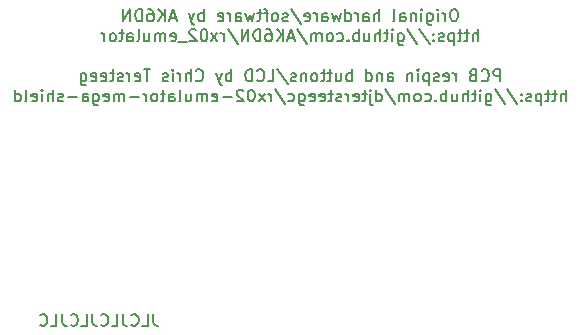
<source format=gbr>
%TF.GenerationSoftware,KiCad,Pcbnew,(5.1.9)-1*%
%TF.CreationDate,2023-08-11T22:56:39-05:00*%
%TF.ProjectId,rx02-emulator-mega-shield,72783032-2d65-46d7-956c-61746f722d6d,Rev 1.1*%
%TF.SameCoordinates,Original*%
%TF.FileFunction,Legend,Bot*%
%TF.FilePolarity,Positive*%
%FSLAX46Y46*%
G04 Gerber Fmt 4.6, Leading zero omitted, Abs format (unit mm)*
G04 Created by KiCad (PCBNEW (5.1.9)-1) date 2023-08-11 22:56:39*
%MOMM*%
%LPD*%
G01*
G04 APERTURE LIST*
%ADD10C,0.200000*%
G04 APERTURE END LIST*
D10*
X120747847Y-117663980D02*
X120747847Y-118378266D01*
X120795466Y-118521123D01*
X120890704Y-118616361D01*
X121033561Y-118663980D01*
X121128800Y-118663980D01*
X119795466Y-118663980D02*
X120271657Y-118663980D01*
X120271657Y-117663980D01*
X118890704Y-118568742D02*
X118938323Y-118616361D01*
X119081180Y-118663980D01*
X119176419Y-118663980D01*
X119319276Y-118616361D01*
X119414514Y-118521123D01*
X119462133Y-118425885D01*
X119509752Y-118235409D01*
X119509752Y-118092552D01*
X119462133Y-117902076D01*
X119414514Y-117806838D01*
X119319276Y-117711600D01*
X119176419Y-117663980D01*
X119081180Y-117663980D01*
X118938323Y-117711600D01*
X118890704Y-117759219D01*
X118176419Y-117663980D02*
X118176419Y-118378266D01*
X118224038Y-118521123D01*
X118319276Y-118616361D01*
X118462133Y-118663980D01*
X118557371Y-118663980D01*
X117224038Y-118663980D02*
X117700228Y-118663980D01*
X117700228Y-117663980D01*
X116319276Y-118568742D02*
X116366895Y-118616361D01*
X116509752Y-118663980D01*
X116604990Y-118663980D01*
X116747847Y-118616361D01*
X116843085Y-118521123D01*
X116890704Y-118425885D01*
X116938323Y-118235409D01*
X116938323Y-118092552D01*
X116890704Y-117902076D01*
X116843085Y-117806838D01*
X116747847Y-117711600D01*
X116604990Y-117663980D01*
X116509752Y-117663980D01*
X116366895Y-117711600D01*
X116319276Y-117759219D01*
X115604990Y-117663980D02*
X115604990Y-118378266D01*
X115652609Y-118521123D01*
X115747847Y-118616361D01*
X115890704Y-118663980D01*
X115985942Y-118663980D01*
X114652609Y-118663980D02*
X115128800Y-118663980D01*
X115128800Y-117663980D01*
X113747847Y-118568742D02*
X113795466Y-118616361D01*
X113938323Y-118663980D01*
X114033561Y-118663980D01*
X114176419Y-118616361D01*
X114271657Y-118521123D01*
X114319276Y-118425885D01*
X114366895Y-118235409D01*
X114366895Y-118092552D01*
X114319276Y-117902076D01*
X114271657Y-117806838D01*
X114176419Y-117711600D01*
X114033561Y-117663980D01*
X113938323Y-117663980D01*
X113795466Y-117711600D01*
X113747847Y-117759219D01*
X113033561Y-117663980D02*
X113033561Y-118378266D01*
X113081180Y-118521123D01*
X113176419Y-118616361D01*
X113319276Y-118663980D01*
X113414514Y-118663980D01*
X112081180Y-118663980D02*
X112557371Y-118663980D01*
X112557371Y-117663980D01*
X111176419Y-118568742D02*
X111224038Y-118616361D01*
X111366895Y-118663980D01*
X111462133Y-118663980D01*
X111604990Y-118616361D01*
X111700228Y-118521123D01*
X111747847Y-118425885D01*
X111795466Y-118235409D01*
X111795466Y-118092552D01*
X111747847Y-117902076D01*
X111700228Y-117806838D01*
X111604990Y-117711600D01*
X111462133Y-117663980D01*
X111366895Y-117663980D01*
X111224038Y-117711600D01*
X111176419Y-117759219D01*
X146311780Y-91861180D02*
X146121304Y-91861180D01*
X146026066Y-91908800D01*
X145930828Y-92004038D01*
X145883209Y-92194514D01*
X145883209Y-92527847D01*
X145930828Y-92718323D01*
X146026066Y-92813561D01*
X146121304Y-92861180D01*
X146311780Y-92861180D01*
X146407019Y-92813561D01*
X146502257Y-92718323D01*
X146549876Y-92527847D01*
X146549876Y-92194514D01*
X146502257Y-92004038D01*
X146407019Y-91908800D01*
X146311780Y-91861180D01*
X145454638Y-92861180D02*
X145454638Y-92194514D01*
X145454638Y-92384990D02*
X145407019Y-92289752D01*
X145359400Y-92242133D01*
X145264161Y-92194514D01*
X145168923Y-92194514D01*
X144835590Y-92861180D02*
X144835590Y-92194514D01*
X144835590Y-91861180D02*
X144883209Y-91908800D01*
X144835590Y-91956419D01*
X144787971Y-91908800D01*
X144835590Y-91861180D01*
X144835590Y-91956419D01*
X143930828Y-92194514D02*
X143930828Y-93004038D01*
X143978447Y-93099276D01*
X144026066Y-93146895D01*
X144121304Y-93194514D01*
X144264161Y-93194514D01*
X144359400Y-93146895D01*
X143930828Y-92813561D02*
X144026066Y-92861180D01*
X144216542Y-92861180D01*
X144311780Y-92813561D01*
X144359400Y-92765942D01*
X144407019Y-92670704D01*
X144407019Y-92384990D01*
X144359400Y-92289752D01*
X144311780Y-92242133D01*
X144216542Y-92194514D01*
X144026066Y-92194514D01*
X143930828Y-92242133D01*
X143454638Y-92861180D02*
X143454638Y-92194514D01*
X143454638Y-91861180D02*
X143502257Y-91908800D01*
X143454638Y-91956419D01*
X143407019Y-91908800D01*
X143454638Y-91861180D01*
X143454638Y-91956419D01*
X142978447Y-92194514D02*
X142978447Y-92861180D01*
X142978447Y-92289752D02*
X142930828Y-92242133D01*
X142835590Y-92194514D01*
X142692733Y-92194514D01*
X142597495Y-92242133D01*
X142549876Y-92337371D01*
X142549876Y-92861180D01*
X141645114Y-92861180D02*
X141645114Y-92337371D01*
X141692733Y-92242133D01*
X141787971Y-92194514D01*
X141978447Y-92194514D01*
X142073685Y-92242133D01*
X141645114Y-92813561D02*
X141740352Y-92861180D01*
X141978447Y-92861180D01*
X142073685Y-92813561D01*
X142121304Y-92718323D01*
X142121304Y-92623085D01*
X142073685Y-92527847D01*
X141978447Y-92480228D01*
X141740352Y-92480228D01*
X141645114Y-92432609D01*
X141026066Y-92861180D02*
X141121304Y-92813561D01*
X141168923Y-92718323D01*
X141168923Y-91861180D01*
X139883209Y-92861180D02*
X139883209Y-91861180D01*
X139454638Y-92861180D02*
X139454638Y-92337371D01*
X139502257Y-92242133D01*
X139597495Y-92194514D01*
X139740352Y-92194514D01*
X139835590Y-92242133D01*
X139883209Y-92289752D01*
X138549876Y-92861180D02*
X138549876Y-92337371D01*
X138597495Y-92242133D01*
X138692733Y-92194514D01*
X138883209Y-92194514D01*
X138978447Y-92242133D01*
X138549876Y-92813561D02*
X138645114Y-92861180D01*
X138883209Y-92861180D01*
X138978447Y-92813561D01*
X139026066Y-92718323D01*
X139026066Y-92623085D01*
X138978447Y-92527847D01*
X138883209Y-92480228D01*
X138645114Y-92480228D01*
X138549876Y-92432609D01*
X138073685Y-92861180D02*
X138073685Y-92194514D01*
X138073685Y-92384990D02*
X138026066Y-92289752D01*
X137978447Y-92242133D01*
X137883209Y-92194514D01*
X137787971Y-92194514D01*
X137026066Y-92861180D02*
X137026066Y-91861180D01*
X137026066Y-92813561D02*
X137121304Y-92861180D01*
X137311780Y-92861180D01*
X137407019Y-92813561D01*
X137454638Y-92765942D01*
X137502257Y-92670704D01*
X137502257Y-92384990D01*
X137454638Y-92289752D01*
X137407019Y-92242133D01*
X137311780Y-92194514D01*
X137121304Y-92194514D01*
X137026066Y-92242133D01*
X136645114Y-92194514D02*
X136454638Y-92861180D01*
X136264161Y-92384990D01*
X136073685Y-92861180D01*
X135883209Y-92194514D01*
X135073685Y-92861180D02*
X135073685Y-92337371D01*
X135121304Y-92242133D01*
X135216542Y-92194514D01*
X135407019Y-92194514D01*
X135502257Y-92242133D01*
X135073685Y-92813561D02*
X135168923Y-92861180D01*
X135407019Y-92861180D01*
X135502257Y-92813561D01*
X135549876Y-92718323D01*
X135549876Y-92623085D01*
X135502257Y-92527847D01*
X135407019Y-92480228D01*
X135168923Y-92480228D01*
X135073685Y-92432609D01*
X134597495Y-92861180D02*
X134597495Y-92194514D01*
X134597495Y-92384990D02*
X134549876Y-92289752D01*
X134502257Y-92242133D01*
X134407019Y-92194514D01*
X134311780Y-92194514D01*
X133597495Y-92813561D02*
X133692733Y-92861180D01*
X133883209Y-92861180D01*
X133978447Y-92813561D01*
X134026066Y-92718323D01*
X134026066Y-92337371D01*
X133978447Y-92242133D01*
X133883209Y-92194514D01*
X133692733Y-92194514D01*
X133597495Y-92242133D01*
X133549876Y-92337371D01*
X133549876Y-92432609D01*
X134026066Y-92527847D01*
X132407019Y-91813561D02*
X133264161Y-93099276D01*
X132121304Y-92813561D02*
X132026066Y-92861180D01*
X131835590Y-92861180D01*
X131740352Y-92813561D01*
X131692733Y-92718323D01*
X131692733Y-92670704D01*
X131740352Y-92575466D01*
X131835590Y-92527847D01*
X131978447Y-92527847D01*
X132073685Y-92480228D01*
X132121304Y-92384990D01*
X132121304Y-92337371D01*
X132073685Y-92242133D01*
X131978447Y-92194514D01*
X131835590Y-92194514D01*
X131740352Y-92242133D01*
X131121304Y-92861180D02*
X131216542Y-92813561D01*
X131264161Y-92765942D01*
X131311780Y-92670704D01*
X131311780Y-92384990D01*
X131264161Y-92289752D01*
X131216542Y-92242133D01*
X131121304Y-92194514D01*
X130978447Y-92194514D01*
X130883209Y-92242133D01*
X130835590Y-92289752D01*
X130787971Y-92384990D01*
X130787971Y-92670704D01*
X130835590Y-92765942D01*
X130883209Y-92813561D01*
X130978447Y-92861180D01*
X131121304Y-92861180D01*
X130502257Y-92194514D02*
X130121304Y-92194514D01*
X130359400Y-92861180D02*
X130359400Y-92004038D01*
X130311780Y-91908800D01*
X130216542Y-91861180D01*
X130121304Y-91861180D01*
X129930828Y-92194514D02*
X129549876Y-92194514D01*
X129787971Y-91861180D02*
X129787971Y-92718323D01*
X129740352Y-92813561D01*
X129645114Y-92861180D01*
X129549876Y-92861180D01*
X129311780Y-92194514D02*
X129121304Y-92861180D01*
X128930828Y-92384990D01*
X128740352Y-92861180D01*
X128549876Y-92194514D01*
X127740352Y-92861180D02*
X127740352Y-92337371D01*
X127787971Y-92242133D01*
X127883209Y-92194514D01*
X128073685Y-92194514D01*
X128168923Y-92242133D01*
X127740352Y-92813561D02*
X127835590Y-92861180D01*
X128073685Y-92861180D01*
X128168923Y-92813561D01*
X128216542Y-92718323D01*
X128216542Y-92623085D01*
X128168923Y-92527847D01*
X128073685Y-92480228D01*
X127835590Y-92480228D01*
X127740352Y-92432609D01*
X127264161Y-92861180D02*
X127264161Y-92194514D01*
X127264161Y-92384990D02*
X127216542Y-92289752D01*
X127168923Y-92242133D01*
X127073685Y-92194514D01*
X126978447Y-92194514D01*
X126264161Y-92813561D02*
X126359400Y-92861180D01*
X126549876Y-92861180D01*
X126645114Y-92813561D01*
X126692733Y-92718323D01*
X126692733Y-92337371D01*
X126645114Y-92242133D01*
X126549876Y-92194514D01*
X126359400Y-92194514D01*
X126264161Y-92242133D01*
X126216542Y-92337371D01*
X126216542Y-92432609D01*
X126692733Y-92527847D01*
X125026066Y-92861180D02*
X125026066Y-91861180D01*
X125026066Y-92242133D02*
X124930828Y-92194514D01*
X124740352Y-92194514D01*
X124645114Y-92242133D01*
X124597495Y-92289752D01*
X124549876Y-92384990D01*
X124549876Y-92670704D01*
X124597495Y-92765942D01*
X124645114Y-92813561D01*
X124740352Y-92861180D01*
X124930828Y-92861180D01*
X125026066Y-92813561D01*
X124216542Y-92194514D02*
X123978447Y-92861180D01*
X123740352Y-92194514D02*
X123978447Y-92861180D01*
X124073685Y-93099276D01*
X124121304Y-93146895D01*
X124216542Y-93194514D01*
X122645114Y-92575466D02*
X122168923Y-92575466D01*
X122740352Y-92861180D02*
X122407019Y-91861180D01*
X122073685Y-92861180D01*
X121740352Y-92861180D02*
X121740352Y-91861180D01*
X121168923Y-92861180D02*
X121597495Y-92289752D01*
X121168923Y-91861180D02*
X121740352Y-92432609D01*
X120311780Y-91861180D02*
X120502257Y-91861180D01*
X120597495Y-91908800D01*
X120645114Y-91956419D01*
X120740352Y-92099276D01*
X120787971Y-92289752D01*
X120787971Y-92670704D01*
X120740352Y-92765942D01*
X120692733Y-92813561D01*
X120597495Y-92861180D01*
X120407019Y-92861180D01*
X120311780Y-92813561D01*
X120264161Y-92765942D01*
X120216542Y-92670704D01*
X120216542Y-92432609D01*
X120264161Y-92337371D01*
X120311780Y-92289752D01*
X120407019Y-92242133D01*
X120597495Y-92242133D01*
X120692733Y-92289752D01*
X120740352Y-92337371D01*
X120787971Y-92432609D01*
X119787971Y-92861180D02*
X119787971Y-91861180D01*
X119549876Y-91861180D01*
X119407019Y-91908800D01*
X119311780Y-92004038D01*
X119264161Y-92099276D01*
X119216542Y-92289752D01*
X119216542Y-92432609D01*
X119264161Y-92623085D01*
X119311780Y-92718323D01*
X119407019Y-92813561D01*
X119549876Y-92861180D01*
X119787971Y-92861180D01*
X118787971Y-92861180D02*
X118787971Y-91861180D01*
X118216542Y-92861180D01*
X118216542Y-91861180D01*
X148240352Y-94561180D02*
X148240352Y-93561180D01*
X147811780Y-94561180D02*
X147811780Y-94037371D01*
X147859400Y-93942133D01*
X147954638Y-93894514D01*
X148097495Y-93894514D01*
X148192733Y-93942133D01*
X148240352Y-93989752D01*
X147478447Y-93894514D02*
X147097495Y-93894514D01*
X147335590Y-93561180D02*
X147335590Y-94418323D01*
X147287971Y-94513561D01*
X147192733Y-94561180D01*
X147097495Y-94561180D01*
X146907019Y-93894514D02*
X146526066Y-93894514D01*
X146764161Y-93561180D02*
X146764161Y-94418323D01*
X146716542Y-94513561D01*
X146621304Y-94561180D01*
X146526066Y-94561180D01*
X146192733Y-93894514D02*
X146192733Y-94894514D01*
X146192733Y-93942133D02*
X146097495Y-93894514D01*
X145907019Y-93894514D01*
X145811780Y-93942133D01*
X145764161Y-93989752D01*
X145716542Y-94084990D01*
X145716542Y-94370704D01*
X145764161Y-94465942D01*
X145811780Y-94513561D01*
X145907019Y-94561180D01*
X146097495Y-94561180D01*
X146192733Y-94513561D01*
X145335590Y-94513561D02*
X145240352Y-94561180D01*
X145049876Y-94561180D01*
X144954638Y-94513561D01*
X144907019Y-94418323D01*
X144907019Y-94370704D01*
X144954638Y-94275466D01*
X145049876Y-94227847D01*
X145192733Y-94227847D01*
X145287971Y-94180228D01*
X145335590Y-94084990D01*
X145335590Y-94037371D01*
X145287971Y-93942133D01*
X145192733Y-93894514D01*
X145049876Y-93894514D01*
X144954638Y-93942133D01*
X144478447Y-94465942D02*
X144430828Y-94513561D01*
X144478447Y-94561180D01*
X144526066Y-94513561D01*
X144478447Y-94465942D01*
X144478447Y-94561180D01*
X144478447Y-93942133D02*
X144430828Y-93989752D01*
X144478447Y-94037371D01*
X144526066Y-93989752D01*
X144478447Y-93942133D01*
X144478447Y-94037371D01*
X143287971Y-93513561D02*
X144145114Y-94799276D01*
X142240352Y-93513561D02*
X143097495Y-94799276D01*
X141478447Y-93894514D02*
X141478447Y-94704038D01*
X141526066Y-94799276D01*
X141573685Y-94846895D01*
X141668923Y-94894514D01*
X141811780Y-94894514D01*
X141907019Y-94846895D01*
X141478447Y-94513561D02*
X141573685Y-94561180D01*
X141764161Y-94561180D01*
X141859400Y-94513561D01*
X141907019Y-94465942D01*
X141954638Y-94370704D01*
X141954638Y-94084990D01*
X141907019Y-93989752D01*
X141859400Y-93942133D01*
X141764161Y-93894514D01*
X141573685Y-93894514D01*
X141478447Y-93942133D01*
X141002257Y-94561180D02*
X141002257Y-93894514D01*
X141002257Y-93561180D02*
X141049876Y-93608800D01*
X141002257Y-93656419D01*
X140954638Y-93608800D01*
X141002257Y-93561180D01*
X141002257Y-93656419D01*
X140668923Y-93894514D02*
X140287971Y-93894514D01*
X140526066Y-93561180D02*
X140526066Y-94418323D01*
X140478447Y-94513561D01*
X140383209Y-94561180D01*
X140287971Y-94561180D01*
X139954638Y-94561180D02*
X139954638Y-93561180D01*
X139526066Y-94561180D02*
X139526066Y-94037371D01*
X139573685Y-93942133D01*
X139668923Y-93894514D01*
X139811780Y-93894514D01*
X139907019Y-93942133D01*
X139954638Y-93989752D01*
X138621304Y-93894514D02*
X138621304Y-94561180D01*
X139049876Y-93894514D02*
X139049876Y-94418323D01*
X139002257Y-94513561D01*
X138907019Y-94561180D01*
X138764161Y-94561180D01*
X138668923Y-94513561D01*
X138621304Y-94465942D01*
X138145114Y-94561180D02*
X138145114Y-93561180D01*
X138145114Y-93942133D02*
X138049876Y-93894514D01*
X137859400Y-93894514D01*
X137764161Y-93942133D01*
X137716542Y-93989752D01*
X137668923Y-94084990D01*
X137668923Y-94370704D01*
X137716542Y-94465942D01*
X137764161Y-94513561D01*
X137859400Y-94561180D01*
X138049876Y-94561180D01*
X138145114Y-94513561D01*
X137240352Y-94465942D02*
X137192733Y-94513561D01*
X137240352Y-94561180D01*
X137287971Y-94513561D01*
X137240352Y-94465942D01*
X137240352Y-94561180D01*
X136335590Y-94513561D02*
X136430828Y-94561180D01*
X136621304Y-94561180D01*
X136716542Y-94513561D01*
X136764161Y-94465942D01*
X136811780Y-94370704D01*
X136811780Y-94084990D01*
X136764161Y-93989752D01*
X136716542Y-93942133D01*
X136621304Y-93894514D01*
X136430828Y-93894514D01*
X136335590Y-93942133D01*
X135764161Y-94561180D02*
X135859400Y-94513561D01*
X135907019Y-94465942D01*
X135954638Y-94370704D01*
X135954638Y-94084990D01*
X135907019Y-93989752D01*
X135859400Y-93942133D01*
X135764161Y-93894514D01*
X135621304Y-93894514D01*
X135526066Y-93942133D01*
X135478447Y-93989752D01*
X135430828Y-94084990D01*
X135430828Y-94370704D01*
X135478447Y-94465942D01*
X135526066Y-94513561D01*
X135621304Y-94561180D01*
X135764161Y-94561180D01*
X135002257Y-94561180D02*
X135002257Y-93894514D01*
X135002257Y-93989752D02*
X134954638Y-93942133D01*
X134859400Y-93894514D01*
X134716542Y-93894514D01*
X134621304Y-93942133D01*
X134573685Y-94037371D01*
X134573685Y-94561180D01*
X134573685Y-94037371D02*
X134526066Y-93942133D01*
X134430828Y-93894514D01*
X134287971Y-93894514D01*
X134192733Y-93942133D01*
X134145114Y-94037371D01*
X134145114Y-94561180D01*
X132954638Y-93513561D02*
X133811780Y-94799276D01*
X132668923Y-94275466D02*
X132192733Y-94275466D01*
X132764161Y-94561180D02*
X132430828Y-93561180D01*
X132097495Y-94561180D01*
X131764161Y-94561180D02*
X131764161Y-93561180D01*
X131192733Y-94561180D02*
X131621304Y-93989752D01*
X131192733Y-93561180D02*
X131764161Y-94132609D01*
X130335590Y-93561180D02*
X130526066Y-93561180D01*
X130621304Y-93608800D01*
X130668923Y-93656419D01*
X130764161Y-93799276D01*
X130811780Y-93989752D01*
X130811780Y-94370704D01*
X130764161Y-94465942D01*
X130716542Y-94513561D01*
X130621304Y-94561180D01*
X130430828Y-94561180D01*
X130335590Y-94513561D01*
X130287971Y-94465942D01*
X130240352Y-94370704D01*
X130240352Y-94132609D01*
X130287971Y-94037371D01*
X130335590Y-93989752D01*
X130430828Y-93942133D01*
X130621304Y-93942133D01*
X130716542Y-93989752D01*
X130764161Y-94037371D01*
X130811780Y-94132609D01*
X129811780Y-94561180D02*
X129811780Y-93561180D01*
X129573685Y-93561180D01*
X129430828Y-93608800D01*
X129335590Y-93704038D01*
X129287971Y-93799276D01*
X129240352Y-93989752D01*
X129240352Y-94132609D01*
X129287971Y-94323085D01*
X129335590Y-94418323D01*
X129430828Y-94513561D01*
X129573685Y-94561180D01*
X129811780Y-94561180D01*
X128811780Y-94561180D02*
X128811780Y-93561180D01*
X128240352Y-94561180D01*
X128240352Y-93561180D01*
X127049876Y-93513561D02*
X127907019Y-94799276D01*
X126716542Y-94561180D02*
X126716542Y-93894514D01*
X126716542Y-94084990D02*
X126668923Y-93989752D01*
X126621304Y-93942133D01*
X126526066Y-93894514D01*
X126430828Y-93894514D01*
X126192733Y-94561180D02*
X125668923Y-93894514D01*
X126192733Y-93894514D02*
X125668923Y-94561180D01*
X125097495Y-93561180D02*
X125002257Y-93561180D01*
X124907019Y-93608800D01*
X124859400Y-93656419D01*
X124811780Y-93751657D01*
X124764161Y-93942133D01*
X124764161Y-94180228D01*
X124811780Y-94370704D01*
X124859400Y-94465942D01*
X124907019Y-94513561D01*
X125002257Y-94561180D01*
X125097495Y-94561180D01*
X125192733Y-94513561D01*
X125240352Y-94465942D01*
X125287971Y-94370704D01*
X125335590Y-94180228D01*
X125335590Y-93942133D01*
X125287971Y-93751657D01*
X125240352Y-93656419D01*
X125192733Y-93608800D01*
X125097495Y-93561180D01*
X124383209Y-93656419D02*
X124335590Y-93608800D01*
X124240352Y-93561180D01*
X124002257Y-93561180D01*
X123907019Y-93608800D01*
X123859400Y-93656419D01*
X123811780Y-93751657D01*
X123811780Y-93846895D01*
X123859400Y-93989752D01*
X124430828Y-94561180D01*
X123811780Y-94561180D01*
X123621304Y-94656419D02*
X122859400Y-94656419D01*
X122240352Y-94513561D02*
X122335590Y-94561180D01*
X122526066Y-94561180D01*
X122621304Y-94513561D01*
X122668923Y-94418323D01*
X122668923Y-94037371D01*
X122621304Y-93942133D01*
X122526066Y-93894514D01*
X122335590Y-93894514D01*
X122240352Y-93942133D01*
X122192733Y-94037371D01*
X122192733Y-94132609D01*
X122668923Y-94227847D01*
X121764161Y-94561180D02*
X121764161Y-93894514D01*
X121764161Y-93989752D02*
X121716542Y-93942133D01*
X121621304Y-93894514D01*
X121478447Y-93894514D01*
X121383209Y-93942133D01*
X121335590Y-94037371D01*
X121335590Y-94561180D01*
X121335590Y-94037371D02*
X121287971Y-93942133D01*
X121192733Y-93894514D01*
X121049876Y-93894514D01*
X120954638Y-93942133D01*
X120907019Y-94037371D01*
X120907019Y-94561180D01*
X120002257Y-93894514D02*
X120002257Y-94561180D01*
X120430828Y-93894514D02*
X120430828Y-94418323D01*
X120383209Y-94513561D01*
X120287971Y-94561180D01*
X120145114Y-94561180D01*
X120049876Y-94513561D01*
X120002257Y-94465942D01*
X119383209Y-94561180D02*
X119478447Y-94513561D01*
X119526066Y-94418323D01*
X119526066Y-93561180D01*
X118573685Y-94561180D02*
X118573685Y-94037371D01*
X118621304Y-93942133D01*
X118716542Y-93894514D01*
X118907019Y-93894514D01*
X119002257Y-93942133D01*
X118573685Y-94513561D02*
X118668923Y-94561180D01*
X118907019Y-94561180D01*
X119002257Y-94513561D01*
X119049876Y-94418323D01*
X119049876Y-94323085D01*
X119002257Y-94227847D01*
X118907019Y-94180228D01*
X118668923Y-94180228D01*
X118573685Y-94132609D01*
X118240352Y-93894514D02*
X117859400Y-93894514D01*
X118097495Y-93561180D02*
X118097495Y-94418323D01*
X118049876Y-94513561D01*
X117954638Y-94561180D01*
X117859400Y-94561180D01*
X117383209Y-94561180D02*
X117478447Y-94513561D01*
X117526066Y-94465942D01*
X117573685Y-94370704D01*
X117573685Y-94084990D01*
X117526066Y-93989752D01*
X117478447Y-93942133D01*
X117383209Y-93894514D01*
X117240352Y-93894514D01*
X117145114Y-93942133D01*
X117097495Y-93989752D01*
X117049876Y-94084990D01*
X117049876Y-94370704D01*
X117097495Y-94465942D01*
X117145114Y-94513561D01*
X117240352Y-94561180D01*
X117383209Y-94561180D01*
X116621304Y-94561180D02*
X116621304Y-93894514D01*
X116621304Y-94084990D02*
X116573685Y-93989752D01*
X116526066Y-93942133D01*
X116430828Y-93894514D01*
X116335590Y-93894514D01*
X150121304Y-97961180D02*
X150121304Y-96961180D01*
X149740352Y-96961180D01*
X149645114Y-97008800D01*
X149597495Y-97056419D01*
X149549876Y-97151657D01*
X149549876Y-97294514D01*
X149597495Y-97389752D01*
X149645114Y-97437371D01*
X149740352Y-97484990D01*
X150121304Y-97484990D01*
X148549876Y-97865942D02*
X148597495Y-97913561D01*
X148740352Y-97961180D01*
X148835590Y-97961180D01*
X148978447Y-97913561D01*
X149073685Y-97818323D01*
X149121304Y-97723085D01*
X149168923Y-97532609D01*
X149168923Y-97389752D01*
X149121304Y-97199276D01*
X149073685Y-97104038D01*
X148978447Y-97008800D01*
X148835590Y-96961180D01*
X148740352Y-96961180D01*
X148597495Y-97008800D01*
X148549876Y-97056419D01*
X147787971Y-97437371D02*
X147645114Y-97484990D01*
X147597495Y-97532609D01*
X147549876Y-97627847D01*
X147549876Y-97770704D01*
X147597495Y-97865942D01*
X147645114Y-97913561D01*
X147740352Y-97961180D01*
X148121304Y-97961180D01*
X148121304Y-96961180D01*
X147787971Y-96961180D01*
X147692733Y-97008800D01*
X147645114Y-97056419D01*
X147597495Y-97151657D01*
X147597495Y-97246895D01*
X147645114Y-97342133D01*
X147692733Y-97389752D01*
X147787971Y-97437371D01*
X148121304Y-97437371D01*
X146359400Y-97961180D02*
X146359400Y-97294514D01*
X146359400Y-97484990D02*
X146311780Y-97389752D01*
X146264161Y-97342133D01*
X146168923Y-97294514D01*
X146073685Y-97294514D01*
X145359400Y-97913561D02*
X145454638Y-97961180D01*
X145645114Y-97961180D01*
X145740352Y-97913561D01*
X145787971Y-97818323D01*
X145787971Y-97437371D01*
X145740352Y-97342133D01*
X145645114Y-97294514D01*
X145454638Y-97294514D01*
X145359400Y-97342133D01*
X145311780Y-97437371D01*
X145311780Y-97532609D01*
X145787971Y-97627847D01*
X144930828Y-97913561D02*
X144835590Y-97961180D01*
X144645114Y-97961180D01*
X144549876Y-97913561D01*
X144502257Y-97818323D01*
X144502257Y-97770704D01*
X144549876Y-97675466D01*
X144645114Y-97627847D01*
X144787971Y-97627847D01*
X144883209Y-97580228D01*
X144930828Y-97484990D01*
X144930828Y-97437371D01*
X144883209Y-97342133D01*
X144787971Y-97294514D01*
X144645114Y-97294514D01*
X144549876Y-97342133D01*
X144073685Y-97294514D02*
X144073685Y-98294514D01*
X144073685Y-97342133D02*
X143978447Y-97294514D01*
X143787971Y-97294514D01*
X143692733Y-97342133D01*
X143645114Y-97389752D01*
X143597495Y-97484990D01*
X143597495Y-97770704D01*
X143645114Y-97865942D01*
X143692733Y-97913561D01*
X143787971Y-97961180D01*
X143978447Y-97961180D01*
X144073685Y-97913561D01*
X143168923Y-97961180D02*
X143168923Y-97294514D01*
X143168923Y-96961180D02*
X143216542Y-97008800D01*
X143168923Y-97056419D01*
X143121304Y-97008800D01*
X143168923Y-96961180D01*
X143168923Y-97056419D01*
X142692733Y-97294514D02*
X142692733Y-97961180D01*
X142692733Y-97389752D02*
X142645114Y-97342133D01*
X142549876Y-97294514D01*
X142407019Y-97294514D01*
X142311780Y-97342133D01*
X142264161Y-97437371D01*
X142264161Y-97961180D01*
X140597495Y-97961180D02*
X140597495Y-97437371D01*
X140645114Y-97342133D01*
X140740352Y-97294514D01*
X140930828Y-97294514D01*
X141026066Y-97342133D01*
X140597495Y-97913561D02*
X140692733Y-97961180D01*
X140930828Y-97961180D01*
X141026066Y-97913561D01*
X141073685Y-97818323D01*
X141073685Y-97723085D01*
X141026066Y-97627847D01*
X140930828Y-97580228D01*
X140692733Y-97580228D01*
X140597495Y-97532609D01*
X140121304Y-97294514D02*
X140121304Y-97961180D01*
X140121304Y-97389752D02*
X140073685Y-97342133D01*
X139978447Y-97294514D01*
X139835590Y-97294514D01*
X139740352Y-97342133D01*
X139692733Y-97437371D01*
X139692733Y-97961180D01*
X138787971Y-97961180D02*
X138787971Y-96961180D01*
X138787971Y-97913561D02*
X138883209Y-97961180D01*
X139073685Y-97961180D01*
X139168923Y-97913561D01*
X139216542Y-97865942D01*
X139264161Y-97770704D01*
X139264161Y-97484990D01*
X139216542Y-97389752D01*
X139168923Y-97342133D01*
X139073685Y-97294514D01*
X138883209Y-97294514D01*
X138787971Y-97342133D01*
X137549876Y-97961180D02*
X137549876Y-96961180D01*
X137549876Y-97342133D02*
X137454638Y-97294514D01*
X137264161Y-97294514D01*
X137168923Y-97342133D01*
X137121304Y-97389752D01*
X137073685Y-97484990D01*
X137073685Y-97770704D01*
X137121304Y-97865942D01*
X137168923Y-97913561D01*
X137264161Y-97961180D01*
X137454638Y-97961180D01*
X137549876Y-97913561D01*
X136216542Y-97294514D02*
X136216542Y-97961180D01*
X136645114Y-97294514D02*
X136645114Y-97818323D01*
X136597495Y-97913561D01*
X136502257Y-97961180D01*
X136359400Y-97961180D01*
X136264161Y-97913561D01*
X136216542Y-97865942D01*
X135883209Y-97294514D02*
X135502257Y-97294514D01*
X135740352Y-96961180D02*
X135740352Y-97818323D01*
X135692733Y-97913561D01*
X135597495Y-97961180D01*
X135502257Y-97961180D01*
X135311780Y-97294514D02*
X134930828Y-97294514D01*
X135168923Y-96961180D02*
X135168923Y-97818323D01*
X135121304Y-97913561D01*
X135026066Y-97961180D01*
X134930828Y-97961180D01*
X134454638Y-97961180D02*
X134549876Y-97913561D01*
X134597495Y-97865942D01*
X134645114Y-97770704D01*
X134645114Y-97484990D01*
X134597495Y-97389752D01*
X134549876Y-97342133D01*
X134454638Y-97294514D01*
X134311780Y-97294514D01*
X134216542Y-97342133D01*
X134168923Y-97389752D01*
X134121304Y-97484990D01*
X134121304Y-97770704D01*
X134168923Y-97865942D01*
X134216542Y-97913561D01*
X134311780Y-97961180D01*
X134454638Y-97961180D01*
X133692733Y-97294514D02*
X133692733Y-97961180D01*
X133692733Y-97389752D02*
X133645114Y-97342133D01*
X133549876Y-97294514D01*
X133407019Y-97294514D01*
X133311780Y-97342133D01*
X133264161Y-97437371D01*
X133264161Y-97961180D01*
X132835590Y-97913561D02*
X132740352Y-97961180D01*
X132549876Y-97961180D01*
X132454638Y-97913561D01*
X132407019Y-97818323D01*
X132407019Y-97770704D01*
X132454638Y-97675466D01*
X132549876Y-97627847D01*
X132692733Y-97627847D01*
X132787971Y-97580228D01*
X132835590Y-97484990D01*
X132835590Y-97437371D01*
X132787971Y-97342133D01*
X132692733Y-97294514D01*
X132549876Y-97294514D01*
X132454638Y-97342133D01*
X131264161Y-96913561D02*
X132121304Y-98199276D01*
X130454638Y-97961180D02*
X130930828Y-97961180D01*
X130930828Y-96961180D01*
X129549876Y-97865942D02*
X129597495Y-97913561D01*
X129740352Y-97961180D01*
X129835590Y-97961180D01*
X129978447Y-97913561D01*
X130073685Y-97818323D01*
X130121304Y-97723085D01*
X130168923Y-97532609D01*
X130168923Y-97389752D01*
X130121304Y-97199276D01*
X130073685Y-97104038D01*
X129978447Y-97008800D01*
X129835590Y-96961180D01*
X129740352Y-96961180D01*
X129597495Y-97008800D01*
X129549876Y-97056419D01*
X129121304Y-97961180D02*
X129121304Y-96961180D01*
X128883209Y-96961180D01*
X128740352Y-97008800D01*
X128645114Y-97104038D01*
X128597495Y-97199276D01*
X128549876Y-97389752D01*
X128549876Y-97532609D01*
X128597495Y-97723085D01*
X128645114Y-97818323D01*
X128740352Y-97913561D01*
X128883209Y-97961180D01*
X129121304Y-97961180D01*
X127359400Y-97961180D02*
X127359400Y-96961180D01*
X127359400Y-97342133D02*
X127264161Y-97294514D01*
X127073685Y-97294514D01*
X126978447Y-97342133D01*
X126930828Y-97389752D01*
X126883209Y-97484990D01*
X126883209Y-97770704D01*
X126930828Y-97865942D01*
X126978447Y-97913561D01*
X127073685Y-97961180D01*
X127264161Y-97961180D01*
X127359400Y-97913561D01*
X126549876Y-97294514D02*
X126311780Y-97961180D01*
X126073685Y-97294514D02*
X126311780Y-97961180D01*
X126407019Y-98199276D01*
X126454638Y-98246895D01*
X126549876Y-98294514D01*
X124359400Y-97865942D02*
X124407019Y-97913561D01*
X124549876Y-97961180D01*
X124645114Y-97961180D01*
X124787971Y-97913561D01*
X124883209Y-97818323D01*
X124930828Y-97723085D01*
X124978447Y-97532609D01*
X124978447Y-97389752D01*
X124930828Y-97199276D01*
X124883209Y-97104038D01*
X124787971Y-97008800D01*
X124645114Y-96961180D01*
X124549876Y-96961180D01*
X124407019Y-97008800D01*
X124359400Y-97056419D01*
X123930828Y-97961180D02*
X123930828Y-96961180D01*
X123502257Y-97961180D02*
X123502257Y-97437371D01*
X123549876Y-97342133D01*
X123645114Y-97294514D01*
X123787971Y-97294514D01*
X123883209Y-97342133D01*
X123930828Y-97389752D01*
X123026066Y-97961180D02*
X123026066Y-97294514D01*
X123026066Y-97484990D02*
X122978447Y-97389752D01*
X122930828Y-97342133D01*
X122835590Y-97294514D01*
X122740352Y-97294514D01*
X122407019Y-97961180D02*
X122407019Y-97294514D01*
X122407019Y-96961180D02*
X122454638Y-97008800D01*
X122407019Y-97056419D01*
X122359400Y-97008800D01*
X122407019Y-96961180D01*
X122407019Y-97056419D01*
X121978447Y-97913561D02*
X121883209Y-97961180D01*
X121692733Y-97961180D01*
X121597495Y-97913561D01*
X121549876Y-97818323D01*
X121549876Y-97770704D01*
X121597495Y-97675466D01*
X121692733Y-97627847D01*
X121835590Y-97627847D01*
X121930828Y-97580228D01*
X121978447Y-97484990D01*
X121978447Y-97437371D01*
X121930828Y-97342133D01*
X121835590Y-97294514D01*
X121692733Y-97294514D01*
X121597495Y-97342133D01*
X120502257Y-96961180D02*
X119930828Y-96961180D01*
X120216542Y-97961180D02*
X120216542Y-96961180D01*
X119216542Y-97913561D02*
X119311780Y-97961180D01*
X119502257Y-97961180D01*
X119597495Y-97913561D01*
X119645114Y-97818323D01*
X119645114Y-97437371D01*
X119597495Y-97342133D01*
X119502257Y-97294514D01*
X119311780Y-97294514D01*
X119216542Y-97342133D01*
X119168923Y-97437371D01*
X119168923Y-97532609D01*
X119645114Y-97627847D01*
X118740352Y-97961180D02*
X118740352Y-97294514D01*
X118740352Y-97484990D02*
X118692733Y-97389752D01*
X118645114Y-97342133D01*
X118549876Y-97294514D01*
X118454638Y-97294514D01*
X118168923Y-97913561D02*
X118073685Y-97961180D01*
X117883209Y-97961180D01*
X117787971Y-97913561D01*
X117740352Y-97818323D01*
X117740352Y-97770704D01*
X117787971Y-97675466D01*
X117883209Y-97627847D01*
X118026066Y-97627847D01*
X118121304Y-97580228D01*
X118168923Y-97484990D01*
X118168923Y-97437371D01*
X118121304Y-97342133D01*
X118026066Y-97294514D01*
X117883209Y-97294514D01*
X117787971Y-97342133D01*
X117454638Y-97294514D02*
X117073685Y-97294514D01*
X117311780Y-96961180D02*
X117311780Y-97818323D01*
X117264161Y-97913561D01*
X117168923Y-97961180D01*
X117073685Y-97961180D01*
X116359400Y-97913561D02*
X116454638Y-97961180D01*
X116645114Y-97961180D01*
X116740352Y-97913561D01*
X116787971Y-97818323D01*
X116787971Y-97437371D01*
X116740352Y-97342133D01*
X116645114Y-97294514D01*
X116454638Y-97294514D01*
X116359400Y-97342133D01*
X116311780Y-97437371D01*
X116311780Y-97532609D01*
X116787971Y-97627847D01*
X115502257Y-97913561D02*
X115597495Y-97961180D01*
X115787971Y-97961180D01*
X115883209Y-97913561D01*
X115930828Y-97818323D01*
X115930828Y-97437371D01*
X115883209Y-97342133D01*
X115787971Y-97294514D01*
X115597495Y-97294514D01*
X115502257Y-97342133D01*
X115454638Y-97437371D01*
X115454638Y-97532609D01*
X115930828Y-97627847D01*
X114597495Y-97294514D02*
X114597495Y-98104038D01*
X114645114Y-98199276D01*
X114692733Y-98246895D01*
X114787971Y-98294514D01*
X114930828Y-98294514D01*
X115026066Y-98246895D01*
X114597495Y-97913561D02*
X114692733Y-97961180D01*
X114883209Y-97961180D01*
X114978447Y-97913561D01*
X115026066Y-97865942D01*
X115073685Y-97770704D01*
X115073685Y-97484990D01*
X115026066Y-97389752D01*
X114978447Y-97342133D01*
X114883209Y-97294514D01*
X114692733Y-97294514D01*
X114597495Y-97342133D01*
X155668923Y-99661180D02*
X155668923Y-98661180D01*
X155240352Y-99661180D02*
X155240352Y-99137371D01*
X155287971Y-99042133D01*
X155383209Y-98994514D01*
X155526066Y-98994514D01*
X155621304Y-99042133D01*
X155668923Y-99089752D01*
X154907019Y-98994514D02*
X154526066Y-98994514D01*
X154764161Y-98661180D02*
X154764161Y-99518323D01*
X154716542Y-99613561D01*
X154621304Y-99661180D01*
X154526066Y-99661180D01*
X154335590Y-98994514D02*
X153954638Y-98994514D01*
X154192733Y-98661180D02*
X154192733Y-99518323D01*
X154145114Y-99613561D01*
X154049876Y-99661180D01*
X153954638Y-99661180D01*
X153621304Y-98994514D02*
X153621304Y-99994514D01*
X153621304Y-99042133D02*
X153526066Y-98994514D01*
X153335590Y-98994514D01*
X153240352Y-99042133D01*
X153192733Y-99089752D01*
X153145114Y-99184990D01*
X153145114Y-99470704D01*
X153192733Y-99565942D01*
X153240352Y-99613561D01*
X153335590Y-99661180D01*
X153526066Y-99661180D01*
X153621304Y-99613561D01*
X152764161Y-99613561D02*
X152668923Y-99661180D01*
X152478447Y-99661180D01*
X152383209Y-99613561D01*
X152335590Y-99518323D01*
X152335590Y-99470704D01*
X152383209Y-99375466D01*
X152478447Y-99327847D01*
X152621304Y-99327847D01*
X152716542Y-99280228D01*
X152764161Y-99184990D01*
X152764161Y-99137371D01*
X152716542Y-99042133D01*
X152621304Y-98994514D01*
X152478447Y-98994514D01*
X152383209Y-99042133D01*
X151907019Y-99565942D02*
X151859400Y-99613561D01*
X151907019Y-99661180D01*
X151954638Y-99613561D01*
X151907019Y-99565942D01*
X151907019Y-99661180D01*
X151907019Y-99042133D02*
X151859400Y-99089752D01*
X151907019Y-99137371D01*
X151954638Y-99089752D01*
X151907019Y-99042133D01*
X151907019Y-99137371D01*
X150716542Y-98613561D02*
X151573685Y-99899276D01*
X149668923Y-98613561D02*
X150526066Y-99899276D01*
X148907019Y-98994514D02*
X148907019Y-99804038D01*
X148954638Y-99899276D01*
X149002257Y-99946895D01*
X149097495Y-99994514D01*
X149240352Y-99994514D01*
X149335590Y-99946895D01*
X148907019Y-99613561D02*
X149002257Y-99661180D01*
X149192733Y-99661180D01*
X149287971Y-99613561D01*
X149335590Y-99565942D01*
X149383209Y-99470704D01*
X149383209Y-99184990D01*
X149335590Y-99089752D01*
X149287971Y-99042133D01*
X149192733Y-98994514D01*
X149002257Y-98994514D01*
X148907019Y-99042133D01*
X148430828Y-99661180D02*
X148430828Y-98994514D01*
X148430828Y-98661180D02*
X148478447Y-98708800D01*
X148430828Y-98756419D01*
X148383209Y-98708800D01*
X148430828Y-98661180D01*
X148430828Y-98756419D01*
X148097495Y-98994514D02*
X147716542Y-98994514D01*
X147954638Y-98661180D02*
X147954638Y-99518323D01*
X147907019Y-99613561D01*
X147811780Y-99661180D01*
X147716542Y-99661180D01*
X147383209Y-99661180D02*
X147383209Y-98661180D01*
X146954638Y-99661180D02*
X146954638Y-99137371D01*
X147002257Y-99042133D01*
X147097495Y-98994514D01*
X147240352Y-98994514D01*
X147335590Y-99042133D01*
X147383209Y-99089752D01*
X146049876Y-98994514D02*
X146049876Y-99661180D01*
X146478447Y-98994514D02*
X146478447Y-99518323D01*
X146430828Y-99613561D01*
X146335590Y-99661180D01*
X146192733Y-99661180D01*
X146097495Y-99613561D01*
X146049876Y-99565942D01*
X145573685Y-99661180D02*
X145573685Y-98661180D01*
X145573685Y-99042133D02*
X145478447Y-98994514D01*
X145287971Y-98994514D01*
X145192733Y-99042133D01*
X145145114Y-99089752D01*
X145097495Y-99184990D01*
X145097495Y-99470704D01*
X145145114Y-99565942D01*
X145192733Y-99613561D01*
X145287971Y-99661180D01*
X145478447Y-99661180D01*
X145573685Y-99613561D01*
X144668923Y-99565942D02*
X144621304Y-99613561D01*
X144668923Y-99661180D01*
X144716542Y-99613561D01*
X144668923Y-99565942D01*
X144668923Y-99661180D01*
X143764161Y-99613561D02*
X143859400Y-99661180D01*
X144049876Y-99661180D01*
X144145114Y-99613561D01*
X144192733Y-99565942D01*
X144240352Y-99470704D01*
X144240352Y-99184990D01*
X144192733Y-99089752D01*
X144145114Y-99042133D01*
X144049876Y-98994514D01*
X143859400Y-98994514D01*
X143764161Y-99042133D01*
X143192733Y-99661180D02*
X143287971Y-99613561D01*
X143335590Y-99565942D01*
X143383209Y-99470704D01*
X143383209Y-99184990D01*
X143335590Y-99089752D01*
X143287971Y-99042133D01*
X143192733Y-98994514D01*
X143049876Y-98994514D01*
X142954638Y-99042133D01*
X142907019Y-99089752D01*
X142859400Y-99184990D01*
X142859400Y-99470704D01*
X142907019Y-99565942D01*
X142954638Y-99613561D01*
X143049876Y-99661180D01*
X143192733Y-99661180D01*
X142430828Y-99661180D02*
X142430828Y-98994514D01*
X142430828Y-99089752D02*
X142383209Y-99042133D01*
X142287971Y-98994514D01*
X142145114Y-98994514D01*
X142049876Y-99042133D01*
X142002257Y-99137371D01*
X142002257Y-99661180D01*
X142002257Y-99137371D02*
X141954638Y-99042133D01*
X141859400Y-98994514D01*
X141716542Y-98994514D01*
X141621304Y-99042133D01*
X141573685Y-99137371D01*
X141573685Y-99661180D01*
X140383209Y-98613561D02*
X141240352Y-99899276D01*
X139621304Y-99661180D02*
X139621304Y-98661180D01*
X139621304Y-99613561D02*
X139716542Y-99661180D01*
X139907019Y-99661180D01*
X140002257Y-99613561D01*
X140049876Y-99565942D01*
X140097495Y-99470704D01*
X140097495Y-99184990D01*
X140049876Y-99089752D01*
X140002257Y-99042133D01*
X139907019Y-98994514D01*
X139716542Y-98994514D01*
X139621304Y-99042133D01*
X139145114Y-98994514D02*
X139145114Y-99851657D01*
X139192733Y-99946895D01*
X139287971Y-99994514D01*
X139335590Y-99994514D01*
X139145114Y-98661180D02*
X139192733Y-98708800D01*
X139145114Y-98756419D01*
X139097495Y-98708800D01*
X139145114Y-98661180D01*
X139145114Y-98756419D01*
X138811780Y-98994514D02*
X138430828Y-98994514D01*
X138668923Y-98661180D02*
X138668923Y-99518323D01*
X138621304Y-99613561D01*
X138526066Y-99661180D01*
X138430828Y-99661180D01*
X137716542Y-99613561D02*
X137811780Y-99661180D01*
X138002257Y-99661180D01*
X138097495Y-99613561D01*
X138145114Y-99518323D01*
X138145114Y-99137371D01*
X138097495Y-99042133D01*
X138002257Y-98994514D01*
X137811780Y-98994514D01*
X137716542Y-99042133D01*
X137668923Y-99137371D01*
X137668923Y-99232609D01*
X138145114Y-99327847D01*
X137240352Y-99661180D02*
X137240352Y-98994514D01*
X137240352Y-99184990D02*
X137192733Y-99089752D01*
X137145114Y-99042133D01*
X137049876Y-98994514D01*
X136954638Y-98994514D01*
X136668923Y-99613561D02*
X136573685Y-99661180D01*
X136383209Y-99661180D01*
X136287971Y-99613561D01*
X136240352Y-99518323D01*
X136240352Y-99470704D01*
X136287971Y-99375466D01*
X136383209Y-99327847D01*
X136526066Y-99327847D01*
X136621304Y-99280228D01*
X136668923Y-99184990D01*
X136668923Y-99137371D01*
X136621304Y-99042133D01*
X136526066Y-98994514D01*
X136383209Y-98994514D01*
X136287971Y-99042133D01*
X135954638Y-98994514D02*
X135573685Y-98994514D01*
X135811780Y-98661180D02*
X135811780Y-99518323D01*
X135764161Y-99613561D01*
X135668923Y-99661180D01*
X135573685Y-99661180D01*
X134859400Y-99613561D02*
X134954638Y-99661180D01*
X135145114Y-99661180D01*
X135240352Y-99613561D01*
X135287971Y-99518323D01*
X135287971Y-99137371D01*
X135240352Y-99042133D01*
X135145114Y-98994514D01*
X134954638Y-98994514D01*
X134859400Y-99042133D01*
X134811780Y-99137371D01*
X134811780Y-99232609D01*
X135287971Y-99327847D01*
X134002257Y-99613561D02*
X134097495Y-99661180D01*
X134287971Y-99661180D01*
X134383209Y-99613561D01*
X134430828Y-99518323D01*
X134430828Y-99137371D01*
X134383209Y-99042133D01*
X134287971Y-98994514D01*
X134097495Y-98994514D01*
X134002257Y-99042133D01*
X133954638Y-99137371D01*
X133954638Y-99232609D01*
X134430828Y-99327847D01*
X133097495Y-98994514D02*
X133097495Y-99804038D01*
X133145114Y-99899276D01*
X133192733Y-99946895D01*
X133287971Y-99994514D01*
X133430828Y-99994514D01*
X133526066Y-99946895D01*
X133097495Y-99613561D02*
X133192733Y-99661180D01*
X133383209Y-99661180D01*
X133478447Y-99613561D01*
X133526066Y-99565942D01*
X133573685Y-99470704D01*
X133573685Y-99184990D01*
X133526066Y-99089752D01*
X133478447Y-99042133D01*
X133383209Y-98994514D01*
X133192733Y-98994514D01*
X133097495Y-99042133D01*
X132192733Y-99613561D02*
X132287971Y-99661180D01*
X132478447Y-99661180D01*
X132573685Y-99613561D01*
X132621304Y-99565942D01*
X132668923Y-99470704D01*
X132668923Y-99184990D01*
X132621304Y-99089752D01*
X132573685Y-99042133D01*
X132478447Y-98994514D01*
X132287971Y-98994514D01*
X132192733Y-99042133D01*
X131049876Y-98613561D02*
X131907019Y-99899276D01*
X130716542Y-99661180D02*
X130716542Y-98994514D01*
X130716542Y-99184990D02*
X130668923Y-99089752D01*
X130621304Y-99042133D01*
X130526066Y-98994514D01*
X130430828Y-98994514D01*
X130192733Y-99661180D02*
X129668923Y-98994514D01*
X130192733Y-98994514D02*
X129668923Y-99661180D01*
X129097495Y-98661180D02*
X129002257Y-98661180D01*
X128907019Y-98708800D01*
X128859400Y-98756419D01*
X128811780Y-98851657D01*
X128764161Y-99042133D01*
X128764161Y-99280228D01*
X128811780Y-99470704D01*
X128859400Y-99565942D01*
X128907019Y-99613561D01*
X129002257Y-99661180D01*
X129097495Y-99661180D01*
X129192733Y-99613561D01*
X129240352Y-99565942D01*
X129287971Y-99470704D01*
X129335590Y-99280228D01*
X129335590Y-99042133D01*
X129287971Y-98851657D01*
X129240352Y-98756419D01*
X129192733Y-98708800D01*
X129097495Y-98661180D01*
X128383209Y-98756419D02*
X128335590Y-98708800D01*
X128240352Y-98661180D01*
X128002257Y-98661180D01*
X127907019Y-98708800D01*
X127859400Y-98756419D01*
X127811780Y-98851657D01*
X127811780Y-98946895D01*
X127859400Y-99089752D01*
X128430828Y-99661180D01*
X127811780Y-99661180D01*
X127383209Y-99280228D02*
X126621304Y-99280228D01*
X125764161Y-99613561D02*
X125859400Y-99661180D01*
X126049876Y-99661180D01*
X126145114Y-99613561D01*
X126192733Y-99518323D01*
X126192733Y-99137371D01*
X126145114Y-99042133D01*
X126049876Y-98994514D01*
X125859400Y-98994514D01*
X125764161Y-99042133D01*
X125716542Y-99137371D01*
X125716542Y-99232609D01*
X126192733Y-99327847D01*
X125287971Y-99661180D02*
X125287971Y-98994514D01*
X125287971Y-99089752D02*
X125240352Y-99042133D01*
X125145114Y-98994514D01*
X125002257Y-98994514D01*
X124907019Y-99042133D01*
X124859400Y-99137371D01*
X124859400Y-99661180D01*
X124859400Y-99137371D02*
X124811780Y-99042133D01*
X124716542Y-98994514D01*
X124573685Y-98994514D01*
X124478447Y-99042133D01*
X124430828Y-99137371D01*
X124430828Y-99661180D01*
X123526066Y-98994514D02*
X123526066Y-99661180D01*
X123954638Y-98994514D02*
X123954638Y-99518323D01*
X123907019Y-99613561D01*
X123811780Y-99661180D01*
X123668923Y-99661180D01*
X123573685Y-99613561D01*
X123526066Y-99565942D01*
X122907019Y-99661180D02*
X123002257Y-99613561D01*
X123049876Y-99518323D01*
X123049876Y-98661180D01*
X122097495Y-99661180D02*
X122097495Y-99137371D01*
X122145114Y-99042133D01*
X122240352Y-98994514D01*
X122430828Y-98994514D01*
X122526066Y-99042133D01*
X122097495Y-99613561D02*
X122192733Y-99661180D01*
X122430828Y-99661180D01*
X122526066Y-99613561D01*
X122573685Y-99518323D01*
X122573685Y-99423085D01*
X122526066Y-99327847D01*
X122430828Y-99280228D01*
X122192733Y-99280228D01*
X122097495Y-99232609D01*
X121764161Y-98994514D02*
X121383209Y-98994514D01*
X121621304Y-98661180D02*
X121621304Y-99518323D01*
X121573685Y-99613561D01*
X121478447Y-99661180D01*
X121383209Y-99661180D01*
X120907019Y-99661180D02*
X121002257Y-99613561D01*
X121049876Y-99565942D01*
X121097495Y-99470704D01*
X121097495Y-99184990D01*
X121049876Y-99089752D01*
X121002257Y-99042133D01*
X120907019Y-98994514D01*
X120764161Y-98994514D01*
X120668923Y-99042133D01*
X120621304Y-99089752D01*
X120573685Y-99184990D01*
X120573685Y-99470704D01*
X120621304Y-99565942D01*
X120668923Y-99613561D01*
X120764161Y-99661180D01*
X120907019Y-99661180D01*
X120145114Y-99661180D02*
X120145114Y-98994514D01*
X120145114Y-99184990D02*
X120097495Y-99089752D01*
X120049876Y-99042133D01*
X119954638Y-98994514D01*
X119859400Y-98994514D01*
X119526066Y-99280228D02*
X118764161Y-99280228D01*
X118287971Y-99661180D02*
X118287971Y-98994514D01*
X118287971Y-99089752D02*
X118240352Y-99042133D01*
X118145114Y-98994514D01*
X118002257Y-98994514D01*
X117907019Y-99042133D01*
X117859400Y-99137371D01*
X117859400Y-99661180D01*
X117859400Y-99137371D02*
X117811780Y-99042133D01*
X117716542Y-98994514D01*
X117573685Y-98994514D01*
X117478447Y-99042133D01*
X117430828Y-99137371D01*
X117430828Y-99661180D01*
X116573685Y-99613561D02*
X116668923Y-99661180D01*
X116859400Y-99661180D01*
X116954638Y-99613561D01*
X117002257Y-99518323D01*
X117002257Y-99137371D01*
X116954638Y-99042133D01*
X116859400Y-98994514D01*
X116668923Y-98994514D01*
X116573685Y-99042133D01*
X116526066Y-99137371D01*
X116526066Y-99232609D01*
X117002257Y-99327847D01*
X115668923Y-98994514D02*
X115668923Y-99804038D01*
X115716542Y-99899276D01*
X115764161Y-99946895D01*
X115859400Y-99994514D01*
X116002257Y-99994514D01*
X116097495Y-99946895D01*
X115668923Y-99613561D02*
X115764161Y-99661180D01*
X115954638Y-99661180D01*
X116049876Y-99613561D01*
X116097495Y-99565942D01*
X116145114Y-99470704D01*
X116145114Y-99184990D01*
X116097495Y-99089752D01*
X116049876Y-99042133D01*
X115954638Y-98994514D01*
X115764161Y-98994514D01*
X115668923Y-99042133D01*
X114764161Y-99661180D02*
X114764161Y-99137371D01*
X114811780Y-99042133D01*
X114907019Y-98994514D01*
X115097495Y-98994514D01*
X115192733Y-99042133D01*
X114764161Y-99613561D02*
X114859400Y-99661180D01*
X115097495Y-99661180D01*
X115192733Y-99613561D01*
X115240352Y-99518323D01*
X115240352Y-99423085D01*
X115192733Y-99327847D01*
X115097495Y-99280228D01*
X114859400Y-99280228D01*
X114764161Y-99232609D01*
X114287971Y-99280228D02*
X113526066Y-99280228D01*
X113097495Y-99613561D02*
X113002257Y-99661180D01*
X112811780Y-99661180D01*
X112716542Y-99613561D01*
X112668923Y-99518323D01*
X112668923Y-99470704D01*
X112716542Y-99375466D01*
X112811780Y-99327847D01*
X112954638Y-99327847D01*
X113049876Y-99280228D01*
X113097495Y-99184990D01*
X113097495Y-99137371D01*
X113049876Y-99042133D01*
X112954638Y-98994514D01*
X112811780Y-98994514D01*
X112716542Y-99042133D01*
X112240352Y-99661180D02*
X112240352Y-98661180D01*
X111811780Y-99661180D02*
X111811780Y-99137371D01*
X111859400Y-99042133D01*
X111954638Y-98994514D01*
X112097495Y-98994514D01*
X112192733Y-99042133D01*
X112240352Y-99089752D01*
X111335590Y-99661180D02*
X111335590Y-98994514D01*
X111335590Y-98661180D02*
X111383209Y-98708800D01*
X111335590Y-98756419D01*
X111287971Y-98708800D01*
X111335590Y-98661180D01*
X111335590Y-98756419D01*
X110478447Y-99613561D02*
X110573685Y-99661180D01*
X110764161Y-99661180D01*
X110859400Y-99613561D01*
X110907019Y-99518323D01*
X110907019Y-99137371D01*
X110859400Y-99042133D01*
X110764161Y-98994514D01*
X110573685Y-98994514D01*
X110478447Y-99042133D01*
X110430828Y-99137371D01*
X110430828Y-99232609D01*
X110907019Y-99327847D01*
X109859400Y-99661180D02*
X109954638Y-99613561D01*
X110002257Y-99518323D01*
X110002257Y-98661180D01*
X109049876Y-99661180D02*
X109049876Y-98661180D01*
X109049876Y-99613561D02*
X109145114Y-99661180D01*
X109335590Y-99661180D01*
X109430828Y-99613561D01*
X109478447Y-99565942D01*
X109526066Y-99470704D01*
X109526066Y-99184990D01*
X109478447Y-99089752D01*
X109430828Y-99042133D01*
X109335590Y-98994514D01*
X109145114Y-98994514D01*
X109049876Y-99042133D01*
M02*

</source>
